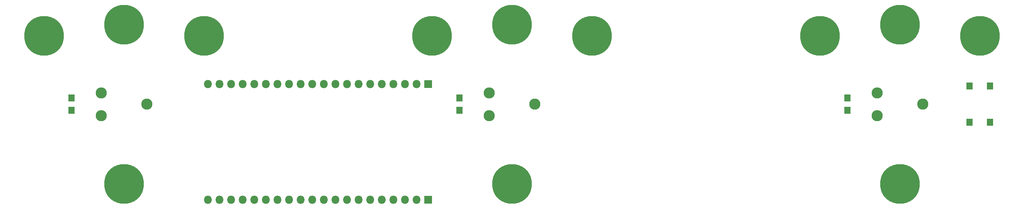
<source format=gbr>
G04 #@! TF.GenerationSoftware,KiCad,Pcbnew,(5.1.6)-1*
G04 #@! TF.CreationDate,2020-09-05T20:44:27+02:00*
G04 #@! TF.ProjectId,netmeter_base,6e65746d-6574-4657-925f-626173652e6b,rev?*
G04 #@! TF.SameCoordinates,Original*
G04 #@! TF.FileFunction,Soldermask,Top*
G04 #@! TF.FilePolarity,Negative*
%FSLAX46Y46*%
G04 Gerber Fmt 4.6, Leading zero omitted, Abs format (unit mm)*
G04 Created by KiCad (PCBNEW (5.1.6)-1) date 2020-09-05 20:44:27*
%MOMM*%
%LPD*%
G01*
G04 APERTURE LIST*
%ADD10C,8.700000*%
%ADD11C,1.000000*%
%ADD12O,1.800000X1.800000*%
%ADD13R,1.800000X1.800000*%
%ADD14R,1.400000X1.600000*%
%ADD15R,1.400000X1.650000*%
%ADD16C,2.440000*%
G04 APERTURE END LIST*
D10*
X40000000Y-60000000D03*
D11*
X43225000Y-60000000D03*
X42280419Y-62280419D03*
X40000000Y-63225000D03*
X37719581Y-62280419D03*
X36775000Y-60000000D03*
X37719581Y-57719581D03*
X40000000Y-56775000D03*
X42280419Y-57719581D03*
X77280419Y-57719581D03*
X75000000Y-56775000D03*
X72719581Y-57719581D03*
X71775000Y-60000000D03*
X72719581Y-62280419D03*
X75000000Y-63225000D03*
X77280419Y-62280419D03*
X78225000Y-60000000D03*
D10*
X75000000Y-60000000D03*
D11*
X127280419Y-57719581D03*
X125000000Y-56775000D03*
X122719581Y-57719581D03*
X121775000Y-60000000D03*
X122719581Y-62280419D03*
X125000000Y-63225000D03*
X127280419Y-62280419D03*
X128225000Y-60000000D03*
D10*
X125000000Y-60000000D03*
D11*
X162280419Y-57719581D03*
X160000000Y-56775000D03*
X157719581Y-57719581D03*
X156775000Y-60000000D03*
X157719581Y-62280419D03*
X160000000Y-63225000D03*
X162280419Y-62280419D03*
X163225000Y-60000000D03*
D10*
X160000000Y-60000000D03*
X210000000Y-60000000D03*
D11*
X213225000Y-60000000D03*
X212280419Y-62280419D03*
X210000000Y-63225000D03*
X207719581Y-62280419D03*
X206775000Y-60000000D03*
X207719581Y-57719581D03*
X210000000Y-56775000D03*
X212280419Y-57719581D03*
D10*
X245000000Y-60000000D03*
D11*
X248225000Y-60000000D03*
X247280419Y-62280419D03*
X245000000Y-63225000D03*
X242719581Y-62280419D03*
X241775000Y-60000000D03*
X242719581Y-57719581D03*
X245000000Y-56775000D03*
X247280419Y-57719581D03*
D12*
X75865000Y-70600000D03*
X78405000Y-70600000D03*
X80945000Y-70600000D03*
X83485000Y-70600000D03*
X86025000Y-70600000D03*
X88565000Y-70600000D03*
X91105000Y-70600000D03*
X93645000Y-70600000D03*
X96185000Y-70600000D03*
X98725000Y-70600000D03*
X101265000Y-70600000D03*
X103805000Y-70600000D03*
X106345000Y-70600000D03*
X108885000Y-70600000D03*
X111425000Y-70600000D03*
X113965000Y-70600000D03*
X116505000Y-70600000D03*
X119045000Y-70600000D03*
X121585000Y-70600000D03*
D13*
X124125000Y-70600000D03*
X124125000Y-96000000D03*
D12*
X121585000Y-96000000D03*
X119045000Y-96000000D03*
X116505000Y-96000000D03*
X113965000Y-96000000D03*
X111425000Y-96000000D03*
X108885000Y-96000000D03*
X106345000Y-96000000D03*
X103805000Y-96000000D03*
X101265000Y-96000000D03*
X98725000Y-96000000D03*
X96185000Y-96000000D03*
X93645000Y-96000000D03*
X91105000Y-96000000D03*
X88565000Y-96000000D03*
X86025000Y-96000000D03*
X83485000Y-96000000D03*
X80945000Y-96000000D03*
X78405000Y-96000000D03*
X75865000Y-96000000D03*
D14*
X46000000Y-76350000D03*
X46000000Y-73650000D03*
X131000000Y-73650000D03*
X131000000Y-76350000D03*
X216000000Y-76350000D03*
X216000000Y-73650000D03*
D15*
X247250000Y-71025000D03*
X247250000Y-78975000D03*
X242750000Y-71025000D03*
X242750000Y-78975000D03*
D10*
X57500000Y-57500000D03*
D11*
X60725000Y-57500000D03*
X59780419Y-59780419D03*
X57500000Y-60725000D03*
X55219581Y-59780419D03*
X54275000Y-57500000D03*
X55219581Y-55219581D03*
X57500000Y-54275000D03*
X59780419Y-55219581D03*
X59780419Y-90219581D03*
X57500000Y-89275000D03*
X55219581Y-90219581D03*
X54275000Y-92500000D03*
X55219581Y-94780419D03*
X57500000Y-95725000D03*
X59780419Y-94780419D03*
X60725000Y-92500000D03*
D10*
X57500000Y-92500000D03*
D11*
X144780419Y-55219581D03*
X142500000Y-54275000D03*
X140219581Y-55219581D03*
X139275000Y-57500000D03*
X140219581Y-59780419D03*
X142500000Y-60725000D03*
X144780419Y-59780419D03*
X145725000Y-57500000D03*
D10*
X142500000Y-57500000D03*
D11*
X144780419Y-90219581D03*
X142500000Y-89275000D03*
X140219581Y-90219581D03*
X139275000Y-92500000D03*
X140219581Y-94780419D03*
X142500000Y-95725000D03*
X144780419Y-94780419D03*
X145725000Y-92500000D03*
D10*
X142500000Y-92500000D03*
X227500000Y-57500000D03*
D11*
X230725000Y-57500000D03*
X229780419Y-59780419D03*
X227500000Y-60725000D03*
X225219581Y-59780419D03*
X224275000Y-57500000D03*
X225219581Y-55219581D03*
X227500000Y-54275000D03*
X229780419Y-55219581D03*
X229780419Y-90219581D03*
X227500000Y-89275000D03*
X225219581Y-90219581D03*
X224275000Y-92500000D03*
X225219581Y-94780419D03*
X227500000Y-95725000D03*
X229780419Y-94780419D03*
X230725000Y-92500000D03*
D10*
X227500000Y-92500000D03*
D16*
X52500000Y-77500000D03*
X62500000Y-75000000D03*
X52500000Y-72500000D03*
X137500000Y-72500000D03*
X147500000Y-75000000D03*
X137500000Y-77500000D03*
X222500000Y-77500000D03*
X232500000Y-75000000D03*
X222500000Y-72500000D03*
M02*

</source>
